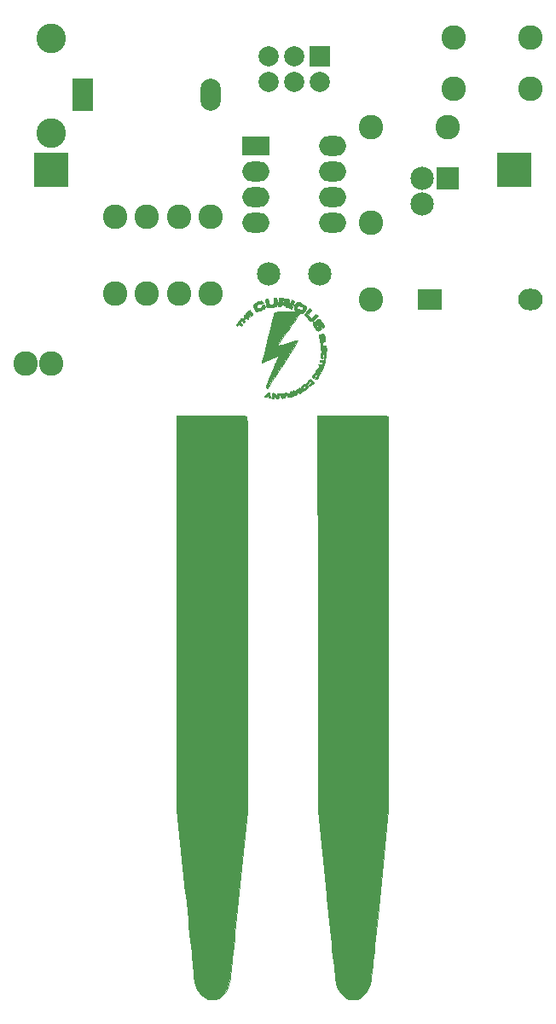
<source format=gbr>
G04 #@! TF.GenerationSoftware,KiCad,Pcbnew,(5.1.0)-1*
G04 #@! TF.CreationDate,2020-04-16T11:46:00+01:00*
G04 #@! TF.ProjectId,SolarSoilSensor,536f6c61-7253-46f6-996c-53656e736f72,rev?*
G04 #@! TF.SameCoordinates,PX5faea10PY77e7cd0*
G04 #@! TF.FileFunction,Soldermask,Top*
G04 #@! TF.FilePolarity,Negative*
%FSLAX46Y46*%
G04 Gerber Fmt 4.6, Leading zero omitted, Abs format (unit mm)*
G04 Created by KiCad (PCBNEW (5.1.0)-1) date 2020-04-16 11:46:00*
%MOMM*%
%LPD*%
G04 APERTURE LIST*
%ADD10C,0.010000*%
%ADD11C,2.432000*%
%ADD12R,2.432000X2.127200*%
%ADD13O,2.432000X2.127200*%
%ADD14R,3.400000X3.400000*%
%ADD15C,1.924000*%
%ADD16R,2.000000X3.200000*%
%ADD17O,2.000000X3.200000*%
%ADD18C,2.940000*%
%ADD19O,2.686000X1.974800*%
%ADD20R,2.686000X1.974800*%
%ADD21C,2.000200*%
%ADD22R,2.000200X2.000200*%
%ADD23R,2.305000X2.305000*%
%ADD24C,2.305000*%
G04 APERTURE END LIST*
D10*
G36*
X40030948Y-42373D02*
G01*
X40570598Y-42583D01*
X41036714Y-43097D01*
X41434863Y-44049D01*
X41770611Y-45572D01*
X42049525Y-47802D01*
X42277171Y-50873D01*
X42459115Y-54918D01*
X42600925Y-60071D01*
X42708167Y-66467D01*
X42786406Y-74241D01*
X42841211Y-83525D01*
X42878146Y-94454D01*
X42902779Y-107162D01*
X42920676Y-121784D01*
X42926000Y-127000D01*
X42932657Y-134160D01*
X42938956Y-143489D01*
X42944906Y-157276D01*
X42950517Y-177811D01*
X42955800Y-207384D01*
X42960764Y-248284D01*
X42965420Y-302801D01*
X42969776Y-373226D01*
X42973843Y-461846D01*
X42977632Y-570954D01*
X42981151Y-702837D01*
X42984411Y-859787D01*
X42987421Y-1044092D01*
X42990193Y-1258043D01*
X42992734Y-1503929D01*
X42995056Y-1784040D01*
X42997169Y-2100666D01*
X42999082Y-2456096D01*
X43000805Y-2852620D01*
X43002348Y-3292529D01*
X43003721Y-3778111D01*
X43004934Y-4311657D01*
X43005997Y-4895456D01*
X43006919Y-5531798D01*
X43007712Y-6222973D01*
X43008384Y-6971270D01*
X43008945Y-7778980D01*
X43009406Y-8648392D01*
X43009777Y-9581795D01*
X43010066Y-10581480D01*
X43010285Y-11649737D01*
X43010443Y-12788854D01*
X43010550Y-14001123D01*
X43010616Y-15288832D01*
X43010651Y-16654271D01*
X43010664Y-18099730D01*
X43010667Y-19627500D01*
X43010667Y-39135342D01*
X42185673Y-47243088D01*
X42101346Y-48070878D01*
X42018688Y-48880426D01*
X41938157Y-49667337D01*
X41860209Y-50427214D01*
X41785301Y-51155662D01*
X41713890Y-51848284D01*
X41646433Y-52500685D01*
X41583386Y-53108469D01*
X41525207Y-53667241D01*
X41472352Y-54172603D01*
X41425278Y-54620160D01*
X41384442Y-55005517D01*
X41350300Y-55324277D01*
X41323310Y-55572045D01*
X41303928Y-55744425D01*
X41292611Y-55837020D01*
X41292521Y-55837667D01*
X41256423Y-56062990D01*
X41212837Y-56286513D01*
X41168055Y-56477933D01*
X41138726Y-56578500D01*
X40974997Y-56964972D01*
X40765440Y-57298333D01*
X40516789Y-57572486D01*
X40235780Y-57781337D01*
X39929151Y-57918790D01*
X39603637Y-57978748D01*
X39590611Y-57979435D01*
X39421291Y-57981450D01*
X39266711Y-57973050D01*
X39174534Y-57958994D01*
X38859347Y-57835466D01*
X38567670Y-57638568D01*
X38307497Y-57378161D01*
X38086822Y-57064107D01*
X37913638Y-56706268D01*
X37795940Y-56314506D01*
X37781021Y-56239833D01*
X37770451Y-56164049D01*
X37751715Y-56008270D01*
X37725263Y-55776729D01*
X37691544Y-55473658D01*
X37651008Y-55103288D01*
X37604105Y-54669854D01*
X37551283Y-54177586D01*
X37492992Y-53630717D01*
X37429683Y-53033480D01*
X37361804Y-52390107D01*
X37289804Y-51704830D01*
X37214135Y-50981881D01*
X37135244Y-50225494D01*
X37053581Y-49439900D01*
X36969597Y-48629331D01*
X36883740Y-47798020D01*
X36861543Y-47582667D01*
X36004500Y-39264167D01*
X35993781Y-19653250D01*
X35983063Y-42333D01*
X39412198Y-42333D01*
X40030948Y-42373D01*
X40030948Y-42373D01*
G37*
X40030948Y-42373D02*
X40570598Y-42583D01*
X41036714Y-43097D01*
X41434863Y-44049D01*
X41770611Y-45572D01*
X42049525Y-47802D01*
X42277171Y-50873D01*
X42459115Y-54918D01*
X42600925Y-60071D01*
X42708167Y-66467D01*
X42786406Y-74241D01*
X42841211Y-83525D01*
X42878146Y-94454D01*
X42902779Y-107162D01*
X42920676Y-121784D01*
X42926000Y-127000D01*
X42932657Y-134160D01*
X42938956Y-143489D01*
X42944906Y-157276D01*
X42950517Y-177811D01*
X42955800Y-207384D01*
X42960764Y-248284D01*
X42965420Y-302801D01*
X42969776Y-373226D01*
X42973843Y-461846D01*
X42977632Y-570954D01*
X42981151Y-702837D01*
X42984411Y-859787D01*
X42987421Y-1044092D01*
X42990193Y-1258043D01*
X42992734Y-1503929D01*
X42995056Y-1784040D01*
X42997169Y-2100666D01*
X42999082Y-2456096D01*
X43000805Y-2852620D01*
X43002348Y-3292529D01*
X43003721Y-3778111D01*
X43004934Y-4311657D01*
X43005997Y-4895456D01*
X43006919Y-5531798D01*
X43007712Y-6222973D01*
X43008384Y-6971270D01*
X43008945Y-7778980D01*
X43009406Y-8648392D01*
X43009777Y-9581795D01*
X43010066Y-10581480D01*
X43010285Y-11649737D01*
X43010443Y-12788854D01*
X43010550Y-14001123D01*
X43010616Y-15288832D01*
X43010651Y-16654271D01*
X43010664Y-18099730D01*
X43010667Y-19627500D01*
X43010667Y-39135342D01*
X42185673Y-47243088D01*
X42101346Y-48070878D01*
X42018688Y-48880426D01*
X41938157Y-49667337D01*
X41860209Y-50427214D01*
X41785301Y-51155662D01*
X41713890Y-51848284D01*
X41646433Y-52500685D01*
X41583386Y-53108469D01*
X41525207Y-53667241D01*
X41472352Y-54172603D01*
X41425278Y-54620160D01*
X41384442Y-55005517D01*
X41350300Y-55324277D01*
X41323310Y-55572045D01*
X41303928Y-55744425D01*
X41292611Y-55837020D01*
X41292521Y-55837667D01*
X41256423Y-56062990D01*
X41212837Y-56286513D01*
X41168055Y-56477933D01*
X41138726Y-56578500D01*
X40974997Y-56964972D01*
X40765440Y-57298333D01*
X40516789Y-57572486D01*
X40235780Y-57781337D01*
X39929151Y-57918790D01*
X39603637Y-57978748D01*
X39590611Y-57979435D01*
X39421291Y-57981450D01*
X39266711Y-57973050D01*
X39174534Y-57958994D01*
X38859347Y-57835466D01*
X38567670Y-57638568D01*
X38307497Y-57378161D01*
X38086822Y-57064107D01*
X37913638Y-56706268D01*
X37795940Y-56314506D01*
X37781021Y-56239833D01*
X37770451Y-56164049D01*
X37751715Y-56008270D01*
X37725263Y-55776729D01*
X37691544Y-55473658D01*
X37651008Y-55103288D01*
X37604105Y-54669854D01*
X37551283Y-54177586D01*
X37492992Y-53630717D01*
X37429683Y-53033480D01*
X37361804Y-52390107D01*
X37289804Y-51704830D01*
X37214135Y-50981881D01*
X37135244Y-50225494D01*
X37053581Y-49439900D01*
X36969597Y-48629331D01*
X36883740Y-47798020D01*
X36861543Y-47582667D01*
X36004500Y-39264167D01*
X35993781Y-19653250D01*
X35983063Y-42333D01*
X39412198Y-42333D01*
X40030948Y-42373D01*
G36*
X25435842Y-52183D02*
G01*
X26070675Y-54489D01*
X26625918Y-57000D01*
X27106649Y-59818D01*
X27517942Y-63044D01*
X27864876Y-66779D01*
X28152526Y-71123D01*
X28385969Y-76177D01*
X28570282Y-82042D01*
X28710542Y-88820D01*
X28811825Y-96611D01*
X28879207Y-105516D01*
X28917766Y-115635D01*
X28928342Y-121600D01*
X28933849Y-130139D01*
X28939061Y-147869D01*
X28943986Y-177048D01*
X28948633Y-219934D01*
X28953009Y-278786D01*
X28957122Y-355861D01*
X28960980Y-453418D01*
X28964592Y-573714D01*
X28967965Y-719009D01*
X28971108Y-891559D01*
X28974028Y-1093624D01*
X28976734Y-1327461D01*
X28979234Y-1595328D01*
X28981535Y-1899484D01*
X28983647Y-2242187D01*
X28985576Y-2625694D01*
X28987330Y-3052265D01*
X28988919Y-3524156D01*
X28990350Y-4043627D01*
X28991631Y-4612934D01*
X28992770Y-5234338D01*
X28993775Y-5910095D01*
X28994655Y-6642463D01*
X28995417Y-7433702D01*
X28996069Y-8286068D01*
X28996619Y-9201821D01*
X28997076Y-10183218D01*
X28997447Y-11232517D01*
X28997741Y-12351976D01*
X28997966Y-13543854D01*
X28998129Y-14810409D01*
X28998239Y-16153899D01*
X28998304Y-17576582D01*
X28998331Y-19080716D01*
X28998334Y-19743583D01*
X28998334Y-39307466D01*
X28171963Y-47413816D01*
X28087558Y-48240754D01*
X28004854Y-49049009D01*
X27924305Y-49834216D01*
X27846368Y-50592011D01*
X27771496Y-51318032D01*
X27700146Y-52007914D01*
X27632772Y-52657294D01*
X27569831Y-53261808D01*
X27511777Y-53817092D01*
X27459065Y-54318783D01*
X27412151Y-54762517D01*
X27371489Y-55143929D01*
X27337537Y-55458658D01*
X27310747Y-55702337D01*
X27291577Y-55870605D01*
X27280480Y-55959097D01*
X27280331Y-55960109D01*
X27176906Y-56452526D01*
X27022589Y-56883013D01*
X26818729Y-57249343D01*
X26566678Y-57549287D01*
X26267785Y-57780614D01*
X26132399Y-57854918D01*
X25870779Y-57947061D01*
X25579000Y-57990354D01*
X25287868Y-57983150D01*
X25028186Y-57923800D01*
X25005767Y-57915188D01*
X24684765Y-57741817D01*
X24397506Y-57495997D01*
X24151468Y-57185767D01*
X23954128Y-56819168D01*
X23927669Y-56756057D01*
X23847925Y-56526655D01*
X23779903Y-56271768D01*
X23730884Y-56023588D01*
X23708148Y-55814310D01*
X23707402Y-55782038D01*
X23703038Y-55724167D01*
X23690376Y-55586222D01*
X23669834Y-55372346D01*
X23641833Y-55086683D01*
X23606791Y-54733375D01*
X23565127Y-54316564D01*
X23517261Y-53840395D01*
X23463611Y-53309010D01*
X23404598Y-52726552D01*
X23340640Y-52097164D01*
X23272156Y-51424989D01*
X23199565Y-50714170D01*
X23123287Y-49968850D01*
X23043742Y-49193172D01*
X22961347Y-48391278D01*
X22876523Y-47567312D01*
X22860000Y-47406997D01*
X22013334Y-39193418D01*
X22013334Y-40866D01*
X25435842Y-52183D01*
X25435842Y-52183D01*
G37*
X25435842Y-52183D02*
X26070675Y-54489D01*
X26625918Y-57000D01*
X27106649Y-59818D01*
X27517942Y-63044D01*
X27864876Y-66779D01*
X28152526Y-71123D01*
X28385969Y-76177D01*
X28570282Y-82042D01*
X28710542Y-88820D01*
X28811825Y-96611D01*
X28879207Y-105516D01*
X28917766Y-115635D01*
X28928342Y-121600D01*
X28933849Y-130139D01*
X28939061Y-147869D01*
X28943986Y-177048D01*
X28948633Y-219934D01*
X28953009Y-278786D01*
X28957122Y-355861D01*
X28960980Y-453418D01*
X28964592Y-573714D01*
X28967965Y-719009D01*
X28971108Y-891559D01*
X28974028Y-1093624D01*
X28976734Y-1327461D01*
X28979234Y-1595328D01*
X28981535Y-1899484D01*
X28983647Y-2242187D01*
X28985576Y-2625694D01*
X28987330Y-3052265D01*
X28988919Y-3524156D01*
X28990350Y-4043627D01*
X28991631Y-4612934D01*
X28992770Y-5234338D01*
X28993775Y-5910095D01*
X28994655Y-6642463D01*
X28995417Y-7433702D01*
X28996069Y-8286068D01*
X28996619Y-9201821D01*
X28997076Y-10183218D01*
X28997447Y-11232517D01*
X28997741Y-12351976D01*
X28997966Y-13543854D01*
X28998129Y-14810409D01*
X28998239Y-16153899D01*
X28998304Y-17576582D01*
X28998331Y-19080716D01*
X28998334Y-19743583D01*
X28998334Y-39307466D01*
X28171963Y-47413816D01*
X28087558Y-48240754D01*
X28004854Y-49049009D01*
X27924305Y-49834216D01*
X27846368Y-50592011D01*
X27771496Y-51318032D01*
X27700146Y-52007914D01*
X27632772Y-52657294D01*
X27569831Y-53261808D01*
X27511777Y-53817092D01*
X27459065Y-54318783D01*
X27412151Y-54762517D01*
X27371489Y-55143929D01*
X27337537Y-55458658D01*
X27310747Y-55702337D01*
X27291577Y-55870605D01*
X27280480Y-55959097D01*
X27280331Y-55960109D01*
X27176906Y-56452526D01*
X27022589Y-56883013D01*
X26818729Y-57249343D01*
X26566678Y-57549287D01*
X26267785Y-57780614D01*
X26132399Y-57854918D01*
X25870779Y-57947061D01*
X25579000Y-57990354D01*
X25287868Y-57983150D01*
X25028186Y-57923800D01*
X25005767Y-57915188D01*
X24684765Y-57741817D01*
X24397506Y-57495997D01*
X24151468Y-57185767D01*
X23954128Y-56819168D01*
X23927669Y-56756057D01*
X23847925Y-56526655D01*
X23779903Y-56271768D01*
X23730884Y-56023588D01*
X23708148Y-55814310D01*
X23707402Y-55782038D01*
X23703038Y-55724167D01*
X23690376Y-55586222D01*
X23669834Y-55372346D01*
X23641833Y-55086683D01*
X23606791Y-54733375D01*
X23565127Y-54316564D01*
X23517261Y-53840395D01*
X23463611Y-53309010D01*
X23404598Y-52726552D01*
X23340640Y-52097164D01*
X23272156Y-51424989D01*
X23199565Y-50714170D01*
X23123287Y-49968850D01*
X23043742Y-49193172D01*
X22961347Y-48391278D01*
X22876523Y-47567312D01*
X22860000Y-47406997D01*
X22013334Y-39193418D01*
X22013334Y-40866D01*
X25435842Y-52183D01*
G36*
X31754211Y11634241D02*
G01*
X31898167Y11620500D01*
X31931357Y11324166D01*
X31948663Y11109339D01*
X31941805Y10960858D01*
X31907695Y10863071D01*
X31843250Y10800324D01*
X31826167Y10790451D01*
X31736408Y10763466D01*
X31593208Y10741979D01*
X31421279Y10727207D01*
X31245336Y10720366D01*
X31090092Y10722673D01*
X30980261Y10735343D01*
X30948081Y10747228D01*
X30910670Y10810852D01*
X30872538Y10942063D01*
X30838494Y11123962D01*
X30835943Y11141214D01*
X30813422Y11302035D01*
X30797579Y11425787D01*
X30790880Y11492733D01*
X30791196Y11499138D01*
X30832183Y11510857D01*
X30923168Y11531671D01*
X30930948Y11533343D01*
X31014583Y11546359D01*
X31057692Y11525021D01*
X31080672Y11449846D01*
X31091964Y11379538D01*
X31121033Y11190537D01*
X31145147Y11069797D01*
X31173165Y11002050D01*
X31213942Y10972024D01*
X31276338Y10964450D01*
X31332813Y10964333D01*
X31492621Y10972867D01*
X31590237Y11008583D01*
X31637661Y11086650D01*
X31646893Y11222238D01*
X31637944Y11350060D01*
X31610255Y11647981D01*
X31754211Y11634241D01*
X31754211Y11634241D01*
G37*
X31754211Y11634241D02*
X31898167Y11620500D01*
X31931357Y11324166D01*
X31948663Y11109339D01*
X31941805Y10960858D01*
X31907695Y10863071D01*
X31843250Y10800324D01*
X31826167Y10790451D01*
X31736408Y10763466D01*
X31593208Y10741979D01*
X31421279Y10727207D01*
X31245336Y10720366D01*
X31090092Y10722673D01*
X30980261Y10735343D01*
X30948081Y10747228D01*
X30910670Y10810852D01*
X30872538Y10942063D01*
X30838494Y11123962D01*
X30835943Y11141214D01*
X30813422Y11302035D01*
X30797579Y11425787D01*
X30790880Y11492733D01*
X30791196Y11499138D01*
X30832183Y11510857D01*
X30923168Y11531671D01*
X30930948Y11533343D01*
X31014583Y11546359D01*
X31057692Y11525021D01*
X31080672Y11449846D01*
X31091964Y11379538D01*
X31121033Y11190537D01*
X31145147Y11069797D01*
X31173165Y11002050D01*
X31213942Y10972024D01*
X31276338Y10964450D01*
X31332813Y10964333D01*
X31492621Y10972867D01*
X31590237Y11008583D01*
X31637661Y11086650D01*
X31646893Y11222238D01*
X31637944Y11350060D01*
X31610255Y11647981D01*
X31754211Y11634241D01*
G36*
X32345823Y11622930D02*
G01*
X32499393Y11609050D01*
X32671623Y11588805D01*
X32840910Y11564794D01*
X32985649Y11539617D01*
X33084236Y11515873D01*
X33098267Y11510826D01*
X33139986Y11493817D01*
X33166946Y11473158D01*
X33180003Y11434072D01*
X33180013Y11361785D01*
X33167830Y11241521D01*
X33144310Y11058502D01*
X33130520Y10953750D01*
X33116788Y10832811D01*
X33109959Y10752666D01*
X33070795Y10688761D01*
X32979168Y10668627D01*
X32865744Y10694538D01*
X32835333Y10745519D01*
X32838797Y10796515D01*
X32844099Y10850640D01*
X32814832Y10886470D01*
X32735061Y10912378D01*
X32588856Y10936738D01*
X32565813Y10939994D01*
X32452101Y10951249D01*
X32394566Y10935391D01*
X32366242Y10881292D01*
X32359095Y10854692D01*
X32328542Y10779228D01*
X32270644Y10760189D01*
X32202536Y10770109D01*
X32110249Y10791002D01*
X32065799Y10805770D01*
X32065564Y10806024D01*
X32065226Y10852505D01*
X32075685Y10959777D01*
X32093725Y11105130D01*
X32116126Y11265858D01*
X32119661Y11288889D01*
X32427334Y11288889D01*
X32441811Y11225449D01*
X32496967Y11190762D01*
X32610388Y11177221D01*
X32688389Y11176000D01*
X32823060Y11184504D01*
X32885478Y11212095D01*
X32893000Y11234562D01*
X32853313Y11292163D01*
X32741882Y11330164D01*
X32570147Y11344724D01*
X32564917Y11344755D01*
X32461384Y11329371D01*
X32427334Y11288889D01*
X32119661Y11288889D01*
X32139672Y11419251D01*
X32161143Y11542602D01*
X32177322Y11613203D01*
X32181084Y11621195D01*
X32232519Y11627845D01*
X32345823Y11622930D01*
X32345823Y11622930D01*
G37*
X32345823Y11622930D02*
X32499393Y11609050D01*
X32671623Y11588805D01*
X32840910Y11564794D01*
X32985649Y11539617D01*
X33084236Y11515873D01*
X33098267Y11510826D01*
X33139986Y11493817D01*
X33166946Y11473158D01*
X33180003Y11434072D01*
X33180013Y11361785D01*
X33167830Y11241521D01*
X33144310Y11058502D01*
X33130520Y10953750D01*
X33116788Y10832811D01*
X33109959Y10752666D01*
X33070795Y10688761D01*
X32979168Y10668627D01*
X32865744Y10694538D01*
X32835333Y10745519D01*
X32838797Y10796515D01*
X32844099Y10850640D01*
X32814832Y10886470D01*
X32735061Y10912378D01*
X32588856Y10936738D01*
X32565813Y10939994D01*
X32452101Y10951249D01*
X32394566Y10935391D01*
X32366242Y10881292D01*
X32359095Y10854692D01*
X32328542Y10779228D01*
X32270644Y10760189D01*
X32202536Y10770109D01*
X32110249Y10791002D01*
X32065799Y10805770D01*
X32065564Y10806024D01*
X32065226Y10852505D01*
X32075685Y10959777D01*
X32093725Y11105130D01*
X32116126Y11265858D01*
X32119661Y11288889D01*
X32427334Y11288889D01*
X32441811Y11225449D01*
X32496967Y11190762D01*
X32610388Y11177221D01*
X32688389Y11176000D01*
X32823060Y11184504D01*
X32885478Y11212095D01*
X32893000Y11234562D01*
X32853313Y11292163D01*
X32741882Y11330164D01*
X32570147Y11344724D01*
X32564917Y11344755D01*
X32461384Y11329371D01*
X32427334Y11288889D01*
X32119661Y11288889D01*
X32139672Y11419251D01*
X32161143Y11542602D01*
X32177322Y11613203D01*
X32181084Y11621195D01*
X32232519Y11627845D01*
X32345823Y11622930D01*
G36*
X33522200Y11409824D02*
G01*
X33607197Y11374528D01*
X33652068Y11337057D01*
X33653024Y11331386D01*
X33641624Y11270185D01*
X33612887Y11149321D01*
X33572127Y10990710D01*
X33553753Y10922000D01*
X33498669Y10734455D01*
X33449374Y10618666D01*
X33395505Y10563274D01*
X33326696Y10556926D01*
X33244601Y10583277D01*
X33151701Y10621199D01*
X33259300Y11015016D01*
X33306789Y11185262D01*
X33346690Y11321714D01*
X33373488Y11405846D01*
X33380922Y11423445D01*
X33434350Y11430333D01*
X33522200Y11409824D01*
X33522200Y11409824D01*
G37*
X33522200Y11409824D02*
X33607197Y11374528D01*
X33652068Y11337057D01*
X33653024Y11331386D01*
X33641624Y11270185D01*
X33612887Y11149321D01*
X33572127Y10990710D01*
X33553753Y10922000D01*
X33498669Y10734455D01*
X33449374Y10618666D01*
X33395505Y10563274D01*
X33326696Y10556926D01*
X33244601Y10583277D01*
X33151701Y10621199D01*
X33259300Y11015016D01*
X33306789Y11185262D01*
X33346690Y11321714D01*
X33373488Y11405846D01*
X33380922Y11423445D01*
X33434350Y11430333D01*
X33522200Y11409824D01*
G36*
X30462325Y11316561D02*
G01*
X30555852Y11248039D01*
X30605258Y11164559D01*
X30607000Y11147712D01*
X30571001Y11097277D01*
X30487193Y11052291D01*
X30391863Y11028028D01*
X30334081Y11032829D01*
X30243959Y11035560D01*
X30120472Y11005430D01*
X30001808Y10954841D01*
X29930393Y10901709D01*
X29914096Y10824941D01*
X29942485Y10723626D01*
X29999379Y10632066D01*
X30068593Y10584561D01*
X30080607Y10583333D01*
X30174310Y10603133D01*
X30283339Y10652209D01*
X30382276Y10715081D01*
X30445700Y10776265D01*
X30454853Y10811274D01*
X30474278Y10867547D01*
X30568938Y10917145D01*
X30665995Y10943938D01*
X30722733Y10946503D01*
X30725326Y10944785D01*
X30739477Y10893368D01*
X30749151Y10791588D01*
X30750212Y10765629D01*
X30749182Y10682988D01*
X30729343Y10624912D01*
X30674959Y10574534D01*
X30570293Y10514986D01*
X30468543Y10463723D01*
X30302334Y10389169D01*
X30140429Y10330049D01*
X30017470Y10298989D01*
X30016019Y10298790D01*
X29903359Y10291351D01*
X29834662Y10320880D01*
X29771283Y10405788D01*
X29762944Y10419352D01*
X29663011Y10615478D01*
X29606108Y10798032D01*
X29598543Y10931849D01*
X29628189Y10994428D01*
X29707496Y11062177D01*
X29848923Y11144652D01*
X29929667Y11185895D01*
X30091120Y11259952D01*
X30236625Y11315613D01*
X30340239Y11343243D01*
X30357022Y11344645D01*
X30462325Y11316561D01*
X30462325Y11316561D01*
G37*
X30462325Y11316561D02*
X30555852Y11248039D01*
X30605258Y11164559D01*
X30607000Y11147712D01*
X30571001Y11097277D01*
X30487193Y11052291D01*
X30391863Y11028028D01*
X30334081Y11032829D01*
X30243959Y11035560D01*
X30120472Y11005430D01*
X30001808Y10954841D01*
X29930393Y10901709D01*
X29914096Y10824941D01*
X29942485Y10723626D01*
X29999379Y10632066D01*
X30068593Y10584561D01*
X30080607Y10583333D01*
X30174310Y10603133D01*
X30283339Y10652209D01*
X30382276Y10715081D01*
X30445700Y10776265D01*
X30454853Y10811274D01*
X30474278Y10867547D01*
X30568938Y10917145D01*
X30665995Y10943938D01*
X30722733Y10946503D01*
X30725326Y10944785D01*
X30739477Y10893368D01*
X30749151Y10791588D01*
X30750212Y10765629D01*
X30749182Y10682988D01*
X30729343Y10624912D01*
X30674959Y10574534D01*
X30570293Y10514986D01*
X30468543Y10463723D01*
X30302334Y10389169D01*
X30140429Y10330049D01*
X30017470Y10298989D01*
X30016019Y10298790D01*
X29903359Y10291351D01*
X29834662Y10320880D01*
X29771283Y10405788D01*
X29762944Y10419352D01*
X29663011Y10615478D01*
X29606108Y10798032D01*
X29598543Y10931849D01*
X29628189Y10994428D01*
X29707496Y11062177D01*
X29848923Y11144652D01*
X29929667Y11185895D01*
X30091120Y11259952D01*
X30236625Y11315613D01*
X30340239Y11343243D01*
X30357022Y11344645D01*
X30462325Y11316561D01*
G36*
X29297923Y10380167D02*
G01*
X29346638Y10297034D01*
X29355306Y10280015D01*
X29396337Y10184593D01*
X29393427Y10122702D01*
X29347823Y10057765D01*
X29273500Y9969500D01*
X29370068Y10051337D01*
X29444660Y10104121D01*
X29495490Y10099515D01*
X29528282Y10071527D01*
X29553151Y10032733D01*
X29539048Y9988464D01*
X29475745Y9924059D01*
X29360035Y9830332D01*
X29130141Y9650783D01*
X28979571Y9847979D01*
X28935027Y9908756D01*
X29178046Y9908756D01*
X29183837Y9906000D01*
X29222469Y9935802D01*
X29231167Y9948333D01*
X29241954Y9987910D01*
X29236164Y9990666D01*
X29197531Y9960865D01*
X29188834Y9948333D01*
X29178046Y9908756D01*
X28935027Y9908756D01*
X28899002Y9957909D01*
X28845084Y10039953D01*
X28830803Y10070837D01*
X28853118Y10096500D01*
X29083000Y10096500D01*
X29104167Y10075333D01*
X29125334Y10096500D01*
X29104167Y10117666D01*
X29083000Y10096500D01*
X28853118Y10096500D01*
X28862465Y10107249D01*
X28892652Y10133650D01*
X29167667Y10133650D01*
X29188259Y10120978D01*
X29244536Y10175360D01*
X29257733Y10191750D01*
X29294345Y10241893D01*
X29272423Y10231381D01*
X29241750Y10207733D01*
X29183120Y10155511D01*
X29167667Y10133650D01*
X28892652Y10133650D01*
X28940466Y10175467D01*
X29042415Y10257853D01*
X29145921Y10336771D01*
X29228592Y10394585D01*
X29266479Y10414000D01*
X29297923Y10380167D01*
X29297923Y10380167D01*
G37*
X29297923Y10380167D02*
X29346638Y10297034D01*
X29355306Y10280015D01*
X29396337Y10184593D01*
X29393427Y10122702D01*
X29347823Y10057765D01*
X29273500Y9969500D01*
X29370068Y10051337D01*
X29444660Y10104121D01*
X29495490Y10099515D01*
X29528282Y10071527D01*
X29553151Y10032733D01*
X29539048Y9988464D01*
X29475745Y9924059D01*
X29360035Y9830332D01*
X29130141Y9650783D01*
X28979571Y9847979D01*
X28935027Y9908756D01*
X29178046Y9908756D01*
X29183837Y9906000D01*
X29222469Y9935802D01*
X29231167Y9948333D01*
X29241954Y9987910D01*
X29236164Y9990666D01*
X29197531Y9960865D01*
X29188834Y9948333D01*
X29178046Y9908756D01*
X28935027Y9908756D01*
X28899002Y9957909D01*
X28845084Y10039953D01*
X28830803Y10070837D01*
X28853118Y10096500D01*
X29083000Y10096500D01*
X29104167Y10075333D01*
X29125334Y10096500D01*
X29104167Y10117666D01*
X29083000Y10096500D01*
X28853118Y10096500D01*
X28862465Y10107249D01*
X28892652Y10133650D01*
X29167667Y10133650D01*
X29188259Y10120978D01*
X29244536Y10175360D01*
X29257733Y10191750D01*
X29294345Y10241893D01*
X29272423Y10231381D01*
X29241750Y10207733D01*
X29183120Y10155511D01*
X29167667Y10133650D01*
X28892652Y10133650D01*
X28940466Y10175467D01*
X29042415Y10257853D01*
X29145921Y10336771D01*
X29228592Y10394585D01*
X29266479Y10414000D01*
X29297923Y10380167D01*
G36*
X35215000Y10557283D02*
G01*
X35289307Y10494461D01*
X35291007Y10492867D01*
X35387304Y10402401D01*
X35191123Y10172768D01*
X34994942Y9943136D01*
X35351660Y9588500D01*
X35567897Y9814137D01*
X35784134Y10039775D01*
X35999728Y9824181D01*
X35744304Y9568757D01*
X35590187Y9423322D01*
X35468185Y9340015D01*
X35359584Y9319097D01*
X35245673Y9360832D01*
X35107738Y9465480D01*
X34983595Y9579407D01*
X34826590Y9736770D01*
X34734945Y9861084D01*
X34707152Y9971239D01*
X34741706Y10086123D01*
X34837100Y10224627D01*
X34923897Y10328060D01*
X35030122Y10447334D01*
X35115338Y10536825D01*
X35164695Y10581120D01*
X35169877Y10583333D01*
X35215000Y10557283D01*
X35215000Y10557283D01*
G37*
X35215000Y10557283D02*
X35289307Y10494461D01*
X35291007Y10492867D01*
X35387304Y10402401D01*
X35191123Y10172768D01*
X34994942Y9943136D01*
X35351660Y9588500D01*
X35567897Y9814137D01*
X35784134Y10039775D01*
X35999728Y9824181D01*
X35744304Y9568757D01*
X35590187Y9423322D01*
X35468185Y9340015D01*
X35359584Y9319097D01*
X35245673Y9360832D01*
X35107738Y9465480D01*
X34983595Y9579407D01*
X34826590Y9736770D01*
X34734945Y9861084D01*
X34707152Y9971239D01*
X34741706Y10086123D01*
X34837100Y10224627D01*
X34923897Y10328060D01*
X35030122Y10447334D01*
X35115338Y10536825D01*
X35164695Y10581120D01*
X35169877Y10583333D01*
X35215000Y10557283D01*
G36*
X28763798Y9970625D02*
G01*
X28830260Y9921611D01*
X28913424Y9842737D01*
X29007085Y9741859D01*
X29068672Y9657466D01*
X29083000Y9620913D01*
X29049334Y9558267D01*
X28975691Y9533774D01*
X28903102Y9560968D01*
X28902651Y9561416D01*
X28849157Y9579513D01*
X28773667Y9532228D01*
X28757393Y9517384D01*
X28694059Y9448316D01*
X28690633Y9399014D01*
X28723573Y9355218D01*
X28763747Y9294999D01*
X28740140Y9243681D01*
X28710421Y9215121D01*
X28664207Y9181480D01*
X28619321Y9182832D01*
X28556571Y9227942D01*
X28456767Y9325577D01*
X28447137Y9335379D01*
X28347173Y9440731D01*
X28299840Y9506325D01*
X28296708Y9551056D01*
X28329352Y9593822D01*
X28331101Y9595576D01*
X28395565Y9641680D01*
X28454721Y9621113D01*
X28469350Y9609514D01*
X28527762Y9578560D01*
X28586624Y9605277D01*
X28626741Y9642592D01*
X28685015Y9714173D01*
X28682122Y9768665D01*
X28659819Y9799983D01*
X28626549Y9862985D01*
X28659186Y9923147D01*
X28673644Y9938120D01*
X28718494Y9973382D01*
X28763798Y9970625D01*
X28763798Y9970625D01*
G37*
X28763798Y9970625D02*
X28830260Y9921611D01*
X28913424Y9842737D01*
X29007085Y9741859D01*
X29068672Y9657466D01*
X29083000Y9620913D01*
X29049334Y9558267D01*
X28975691Y9533774D01*
X28903102Y9560968D01*
X28902651Y9561416D01*
X28849157Y9579513D01*
X28773667Y9532228D01*
X28757393Y9517384D01*
X28694059Y9448316D01*
X28690633Y9399014D01*
X28723573Y9355218D01*
X28763747Y9294999D01*
X28740140Y9243681D01*
X28710421Y9215121D01*
X28664207Y9181480D01*
X28619321Y9182832D01*
X28556571Y9227942D01*
X28456767Y9325577D01*
X28447137Y9335379D01*
X28347173Y9440731D01*
X28299840Y9506325D01*
X28296708Y9551056D01*
X28329352Y9593822D01*
X28331101Y9595576D01*
X28395565Y9641680D01*
X28454721Y9621113D01*
X28469350Y9609514D01*
X28527762Y9578560D01*
X28586624Y9605277D01*
X28626741Y9642592D01*
X28685015Y9714173D01*
X28682122Y9768665D01*
X28659819Y9799983D01*
X28626549Y9862985D01*
X28659186Y9923147D01*
X28673644Y9938120D01*
X28718494Y9973382D01*
X28763798Y9970625D01*
G36*
X28283112Y9421709D02*
G01*
X28314319Y9403025D01*
X28349400Y9363258D01*
X28330072Y9301001D01*
X28314319Y9274095D01*
X28287440Y9206137D01*
X28308536Y9146481D01*
X28388329Y9079434D01*
X28490334Y9016498D01*
X28530329Y8980291D01*
X28507283Y8933417D01*
X28483223Y8907964D01*
X28432003Y8865915D01*
X28379959Y8865199D01*
X28296343Y8908503D01*
X28266259Y8926920D01*
X28119907Y9017371D01*
X28060339Y8927657D01*
X28011113Y8867643D01*
X27971365Y8876267D01*
X27945861Y8904105D01*
X27923149Y8950495D01*
X27934825Y9011659D01*
X27987697Y9106630D01*
X28053059Y9203694D01*
X28144454Y9333411D01*
X28203037Y9405185D01*
X28244144Y9430717D01*
X28283112Y9421709D01*
X28283112Y9421709D01*
G37*
X28283112Y9421709D02*
X28314319Y9403025D01*
X28349400Y9363258D01*
X28330072Y9301001D01*
X28314319Y9274095D01*
X28287440Y9206137D01*
X28308536Y9146481D01*
X28388329Y9079434D01*
X28490334Y9016498D01*
X28530329Y8980291D01*
X28507283Y8933417D01*
X28483223Y8907964D01*
X28432003Y8865915D01*
X28379959Y8865199D01*
X28296343Y8908503D01*
X28266259Y8926920D01*
X28119907Y9017371D01*
X28060339Y8927657D01*
X28011113Y8867643D01*
X27971365Y8876267D01*
X27945861Y8904105D01*
X27923149Y8950495D01*
X27934825Y9011659D01*
X27987697Y9106630D01*
X28053059Y9203694D01*
X28144454Y9333411D01*
X28203037Y9405185D01*
X28244144Y9430717D01*
X28283112Y9421709D01*
G36*
X36186933Y9486761D02*
G01*
X36298444Y9378915D01*
X36420365Y9211769D01*
X36541534Y9000272D01*
X36593594Y8878251D01*
X36598979Y8789393D01*
X36580903Y8735688D01*
X36514961Y8651521D01*
X36435583Y8649801D01*
X36349103Y8730650D01*
X36348672Y8731250D01*
X36303059Y8792798D01*
X36298400Y8786186D01*
X36330022Y8708142D01*
X36356511Y8618432D01*
X36332906Y8550893D01*
X36276763Y8490240D01*
X36136046Y8388014D01*
X36006934Y8360279D01*
X35936086Y8382564D01*
X35873706Y8442577D01*
X35787132Y8554810D01*
X35691192Y8696348D01*
X35600717Y8844275D01*
X35530537Y8975677D01*
X35517252Y9009458D01*
X35797931Y9009458D01*
X35833734Y8919597D01*
X35890972Y8816082D01*
X35954771Y8723873D01*
X36010257Y8667931D01*
X36035337Y8663143D01*
X36035106Y8708078D01*
X35998933Y8802205D01*
X35953035Y8891539D01*
X35879636Y9005106D01*
X35822270Y9061130D01*
X35798437Y9060703D01*
X35797931Y9009458D01*
X35517252Y9009458D01*
X35496907Y9061185D01*
X35500447Y9164747D01*
X35500691Y9165166D01*
X35771667Y9165166D01*
X35792834Y9144000D01*
X35814000Y9165166D01*
X35792834Y9186333D01*
X35771667Y9165166D01*
X35500691Y9165166D01*
X35531337Y9217663D01*
X36072829Y9217663D01*
X36079743Y9174473D01*
X36125122Y9083036D01*
X36163250Y9015130D01*
X36238221Y8900226D01*
X36292754Y8849544D01*
X36320096Y8868384D01*
X36322000Y8890594D01*
X36300335Y8953097D01*
X36247890Y9046369D01*
X36183492Y9141817D01*
X36125968Y9210848D01*
X36099750Y9228142D01*
X36072829Y9217663D01*
X35531337Y9217663D01*
X35549499Y9248774D01*
X35623496Y9292698D01*
X35701872Y9275951D01*
X35707373Y9271659D01*
X35758014Y9240978D01*
X35771596Y9277016D01*
X35771667Y9283910D01*
X35807341Y9362650D01*
X35894767Y9443609D01*
X36004552Y9504844D01*
X36094610Y9525000D01*
X36186933Y9486761D01*
X36186933Y9486761D01*
G37*
X36186933Y9486761D02*
X36298444Y9378915D01*
X36420365Y9211769D01*
X36541534Y9000272D01*
X36593594Y8878251D01*
X36598979Y8789393D01*
X36580903Y8735688D01*
X36514961Y8651521D01*
X36435583Y8649801D01*
X36349103Y8730650D01*
X36348672Y8731250D01*
X36303059Y8792798D01*
X36298400Y8786186D01*
X36330022Y8708142D01*
X36356511Y8618432D01*
X36332906Y8550893D01*
X36276763Y8490240D01*
X36136046Y8388014D01*
X36006934Y8360279D01*
X35936086Y8382564D01*
X35873706Y8442577D01*
X35787132Y8554810D01*
X35691192Y8696348D01*
X35600717Y8844275D01*
X35530537Y8975677D01*
X35517252Y9009458D01*
X35797931Y9009458D01*
X35833734Y8919597D01*
X35890972Y8816082D01*
X35954771Y8723873D01*
X36010257Y8667931D01*
X36035337Y8663143D01*
X36035106Y8708078D01*
X35998933Y8802205D01*
X35953035Y8891539D01*
X35879636Y9005106D01*
X35822270Y9061130D01*
X35798437Y9060703D01*
X35797931Y9009458D01*
X35517252Y9009458D01*
X35496907Y9061185D01*
X35500447Y9164747D01*
X35500691Y9165166D01*
X35771667Y9165166D01*
X35792834Y9144000D01*
X35814000Y9165166D01*
X35792834Y9186333D01*
X35771667Y9165166D01*
X35500691Y9165166D01*
X35531337Y9217663D01*
X36072829Y9217663D01*
X36079743Y9174473D01*
X36125122Y9083036D01*
X36163250Y9015130D01*
X36238221Y8900226D01*
X36292754Y8849544D01*
X36320096Y8868384D01*
X36322000Y8890594D01*
X36300335Y8953097D01*
X36247890Y9046369D01*
X36183492Y9141817D01*
X36125968Y9210848D01*
X36099750Y9228142D01*
X36072829Y9217663D01*
X35531337Y9217663D01*
X35549499Y9248774D01*
X35623496Y9292698D01*
X35701872Y9275951D01*
X35707373Y9271659D01*
X35758014Y9240978D01*
X35771596Y9277016D01*
X35771667Y9283910D01*
X35807341Y9362650D01*
X35894767Y9443609D01*
X36004552Y9504844D01*
X36094610Y9525000D01*
X36186933Y9486761D01*
G36*
X36575117Y8056740D02*
G01*
X36601882Y7999743D01*
X36640154Y7887723D01*
X36672143Y7778750D01*
X36707566Y7643727D01*
X36718490Y7570893D01*
X36704045Y7541135D01*
X36663357Y7535337D01*
X36661031Y7535333D01*
X36584633Y7560445D01*
X36561703Y7588250D01*
X36543067Y7603099D01*
X36537009Y7567083D01*
X36511141Y7502914D01*
X36457612Y7500699D01*
X36399386Y7554534D01*
X36372405Y7609416D01*
X36345306Y7681159D01*
X36335119Y7681183D01*
X36335990Y7603714D01*
X36337127Y7574634D01*
X36343167Y7423434D01*
X36526073Y7462283D01*
X36648277Y7485949D01*
X36711378Y7484078D01*
X36739016Y7449081D01*
X36751892Y7389804D01*
X36741944Y7327268D01*
X36671729Y7289310D01*
X36626769Y7278294D01*
X36509823Y7247375D01*
X36458651Y7203282D01*
X36455279Y7120385D01*
X36467003Y7050474D01*
X36491955Y6953503D01*
X36536738Y6910922D01*
X36630294Y6900513D01*
X36662585Y6900333D01*
X36830000Y6900333D01*
X36837056Y6688666D01*
X36841905Y6549450D01*
X36846176Y6437259D01*
X36847639Y6403496D01*
X36815778Y6334511D01*
X36777084Y6315726D01*
X36731339Y6320958D01*
X36707064Y6371683D01*
X36696366Y6486295D01*
X36695604Y6505646D01*
X36688208Y6709833D01*
X36672003Y6529916D01*
X36647172Y6401558D01*
X36603865Y6350665D01*
X36597167Y6350000D01*
X36551559Y6390658D01*
X36523296Y6508510D01*
X36520960Y6529916D01*
X36511038Y6625286D01*
X36506539Y6643254D01*
X36506338Y6581083D01*
X36507943Y6498166D01*
X36513646Y6372388D01*
X36534225Y6307180D01*
X36585481Y6278451D01*
X36660667Y6265333D01*
X36747282Y6248683D01*
X36792767Y6215203D01*
X36812708Y6141437D01*
X36821585Y6023185D01*
X36820384Y5878784D01*
X36803069Y5758114D01*
X36788346Y5716268D01*
X36723246Y5648434D01*
X36647170Y5631112D01*
X36589577Y5664481D01*
X36576000Y5715000D01*
X36593728Y5783790D01*
X36618334Y5799666D01*
X36646095Y5836933D01*
X36660217Y5928791D01*
X36660667Y5950777D01*
X36653846Y6050886D01*
X36623212Y6088800D01*
X36565417Y6088361D01*
X36510112Y6072349D01*
X36483747Y6030006D01*
X36478430Y5939017D01*
X36482017Y5852583D01*
X36476985Y5704001D01*
X36443719Y5630645D01*
X36384625Y5634908D01*
X36322266Y5693513D01*
X36292928Y5779042D01*
X36289422Y5909578D01*
X36307535Y6053854D01*
X36343056Y6180605D01*
X36391770Y6258565D01*
X36399076Y6263617D01*
X36446638Y6296375D01*
X36419914Y6305830D01*
X36401633Y6306379D01*
X36369446Y6319861D01*
X36346629Y6368278D01*
X36330244Y6465720D01*
X36317357Y6626277D01*
X36310951Y6741583D01*
X36280328Y7064918D01*
X36225039Y7392945D01*
X36184390Y7565820D01*
X36147248Y7704666D01*
X36491334Y7704666D01*
X36506823Y7669821D01*
X36519556Y7676444D01*
X36524622Y7726684D01*
X36519556Y7732889D01*
X36494389Y7727078D01*
X36491334Y7704666D01*
X36147248Y7704666D01*
X36124599Y7789333D01*
X36279667Y7789333D01*
X36295156Y7754488D01*
X36307889Y7761111D01*
X36312956Y7811351D01*
X36307889Y7817555D01*
X36282722Y7811744D01*
X36279667Y7789333D01*
X36124599Y7789333D01*
X36113275Y7831666D01*
X36449000Y7831666D01*
X36464489Y7796821D01*
X36477222Y7803444D01*
X36482289Y7853684D01*
X36477222Y7859889D01*
X36452055Y7854078D01*
X36449000Y7831666D01*
X36113275Y7831666D01*
X36079976Y7956140D01*
X36312465Y8023726D01*
X36443486Y8054832D01*
X36540480Y8064979D01*
X36575117Y8056740D01*
X36575117Y8056740D01*
G37*
X36575117Y8056740D02*
X36601882Y7999743D01*
X36640154Y7887723D01*
X36672143Y7778750D01*
X36707566Y7643727D01*
X36718490Y7570893D01*
X36704045Y7541135D01*
X36663357Y7535337D01*
X36661031Y7535333D01*
X36584633Y7560445D01*
X36561703Y7588250D01*
X36543067Y7603099D01*
X36537009Y7567083D01*
X36511141Y7502914D01*
X36457612Y7500699D01*
X36399386Y7554534D01*
X36372405Y7609416D01*
X36345306Y7681159D01*
X36335119Y7681183D01*
X36335990Y7603714D01*
X36337127Y7574634D01*
X36343167Y7423434D01*
X36526073Y7462283D01*
X36648277Y7485949D01*
X36711378Y7484078D01*
X36739016Y7449081D01*
X36751892Y7389804D01*
X36741944Y7327268D01*
X36671729Y7289310D01*
X36626769Y7278294D01*
X36509823Y7247375D01*
X36458651Y7203282D01*
X36455279Y7120385D01*
X36467003Y7050474D01*
X36491955Y6953503D01*
X36536738Y6910922D01*
X36630294Y6900513D01*
X36662585Y6900333D01*
X36830000Y6900333D01*
X36837056Y6688666D01*
X36841905Y6549450D01*
X36846176Y6437259D01*
X36847639Y6403496D01*
X36815778Y6334511D01*
X36777084Y6315726D01*
X36731339Y6320958D01*
X36707064Y6371683D01*
X36696366Y6486295D01*
X36695604Y6505646D01*
X36688208Y6709833D01*
X36672003Y6529916D01*
X36647172Y6401558D01*
X36603865Y6350665D01*
X36597167Y6350000D01*
X36551559Y6390658D01*
X36523296Y6508510D01*
X36520960Y6529916D01*
X36511038Y6625286D01*
X36506539Y6643254D01*
X36506338Y6581083D01*
X36507943Y6498166D01*
X36513646Y6372388D01*
X36534225Y6307180D01*
X36585481Y6278451D01*
X36660667Y6265333D01*
X36747282Y6248683D01*
X36792767Y6215203D01*
X36812708Y6141437D01*
X36821585Y6023185D01*
X36820384Y5878784D01*
X36803069Y5758114D01*
X36788346Y5716268D01*
X36723246Y5648434D01*
X36647170Y5631112D01*
X36589577Y5664481D01*
X36576000Y5715000D01*
X36593728Y5783790D01*
X36618334Y5799666D01*
X36646095Y5836933D01*
X36660217Y5928791D01*
X36660667Y5950777D01*
X36653846Y6050886D01*
X36623212Y6088800D01*
X36565417Y6088361D01*
X36510112Y6072349D01*
X36483747Y6030006D01*
X36478430Y5939017D01*
X36482017Y5852583D01*
X36476985Y5704001D01*
X36443719Y5630645D01*
X36384625Y5634908D01*
X36322266Y5693513D01*
X36292928Y5779042D01*
X36289422Y5909578D01*
X36307535Y6053854D01*
X36343056Y6180605D01*
X36391770Y6258565D01*
X36399076Y6263617D01*
X36446638Y6296375D01*
X36419914Y6305830D01*
X36401633Y6306379D01*
X36369446Y6319861D01*
X36346629Y6368278D01*
X36330244Y6465720D01*
X36317357Y6626277D01*
X36310951Y6741583D01*
X36280328Y7064918D01*
X36225039Y7392945D01*
X36184390Y7565820D01*
X36147248Y7704666D01*
X36491334Y7704666D01*
X36506823Y7669821D01*
X36519556Y7676444D01*
X36524622Y7726684D01*
X36519556Y7732889D01*
X36494389Y7727078D01*
X36491334Y7704666D01*
X36147248Y7704666D01*
X36124599Y7789333D01*
X36279667Y7789333D01*
X36295156Y7754488D01*
X36307889Y7761111D01*
X36312956Y7811351D01*
X36307889Y7817555D01*
X36282722Y7811744D01*
X36279667Y7789333D01*
X36124599Y7789333D01*
X36113275Y7831666D01*
X36449000Y7831666D01*
X36464489Y7796821D01*
X36477222Y7803444D01*
X36482289Y7853684D01*
X36477222Y7859889D01*
X36452055Y7854078D01*
X36449000Y7831666D01*
X36113275Y7831666D01*
X36079976Y7956140D01*
X36312465Y8023726D01*
X36443486Y8054832D01*
X36540480Y8064979D01*
X36575117Y8056740D01*
G36*
X36743156Y5541014D02*
G01*
X36731664Y5439816D01*
X36730633Y5433528D01*
X36696784Y5260747D01*
X36657822Y5110818D01*
X36619659Y5003063D01*
X36588210Y4956802D01*
X36584594Y4956342D01*
X36520809Y4974016D01*
X36508070Y4978985D01*
X36479270Y5029904D01*
X36480716Y5099828D01*
X36482242Y5167886D01*
X36440241Y5210109D01*
X36334988Y5245832D01*
X36330498Y5247045D01*
X36222345Y5283999D01*
X36180277Y5326108D01*
X36182872Y5376861D01*
X36210494Y5437299D01*
X36264694Y5457484D01*
X36366678Y5441219D01*
X36436232Y5422328D01*
X36529430Y5402384D01*
X36570527Y5422457D01*
X36584119Y5474813D01*
X36627248Y5554324D01*
X36677345Y5581262D01*
X36727525Y5581301D01*
X36743156Y5541014D01*
X36743156Y5541014D01*
G37*
X36743156Y5541014D02*
X36731664Y5439816D01*
X36730633Y5433528D01*
X36696784Y5260747D01*
X36657822Y5110818D01*
X36619659Y5003063D01*
X36588210Y4956802D01*
X36584594Y4956342D01*
X36520809Y4974016D01*
X36508070Y4978985D01*
X36479270Y5029904D01*
X36480716Y5099828D01*
X36482242Y5167886D01*
X36440241Y5210109D01*
X36334988Y5245832D01*
X36330498Y5247045D01*
X36222345Y5283999D01*
X36180277Y5326108D01*
X36182872Y5376861D01*
X36210494Y5437299D01*
X36264694Y5457484D01*
X36366678Y5441219D01*
X36436232Y5422328D01*
X36529430Y5402384D01*
X36570527Y5422457D01*
X36584119Y5474813D01*
X36627248Y5554324D01*
X36677345Y5581262D01*
X36727525Y5581301D01*
X36743156Y5541014D01*
G36*
X36264394Y5032871D02*
G01*
X36387413Y4995536D01*
X36494964Y4947213D01*
X36556892Y4897335D01*
X36560296Y4890531D01*
X36556330Y4820140D01*
X36520621Y4708865D01*
X36465223Y4582067D01*
X36402188Y4465109D01*
X36343569Y4383354D01*
X36308333Y4360333D01*
X36231550Y4375900D01*
X36119152Y4414347D01*
X36094337Y4424401D01*
X35984372Y4464776D01*
X35945881Y4467073D01*
X35977438Y4436282D01*
X36077622Y4377388D01*
X36113009Y4358968D01*
X36234404Y4279536D01*
X36272218Y4207510D01*
X36271273Y4199844D01*
X36229500Y4132519D01*
X36140153Y4128994D01*
X35999895Y4189455D01*
X35951584Y4217549D01*
X35832737Y4295967D01*
X35781380Y4353620D01*
X35788874Y4406794D01*
X35826952Y4452559D01*
X35891386Y4542624D01*
X35910290Y4582583D01*
X35947591Y4625296D01*
X36238682Y4625296D01*
X36251134Y4590608D01*
X36295090Y4623962D01*
X36302180Y4633008D01*
X36350450Y4709559D01*
X36364334Y4749424D01*
X36341754Y4783669D01*
X36295720Y4764940D01*
X36263029Y4716704D01*
X36238682Y4625296D01*
X35947591Y4625296D01*
X35965016Y4645249D01*
X36004536Y4656666D01*
X36071956Y4692528D01*
X36112034Y4777079D01*
X36112902Y4875765D01*
X36094884Y4919674D01*
X36072333Y5002267D01*
X36092579Y5036845D01*
X36156065Y5049785D01*
X36264394Y5032871D01*
X36264394Y5032871D01*
G37*
X36264394Y5032871D02*
X36387413Y4995536D01*
X36494964Y4947213D01*
X36556892Y4897335D01*
X36560296Y4890531D01*
X36556330Y4820140D01*
X36520621Y4708865D01*
X36465223Y4582067D01*
X36402188Y4465109D01*
X36343569Y4383354D01*
X36308333Y4360333D01*
X36231550Y4375900D01*
X36119152Y4414347D01*
X36094337Y4424401D01*
X35984372Y4464776D01*
X35945881Y4467073D01*
X35977438Y4436282D01*
X36077622Y4377388D01*
X36113009Y4358968D01*
X36234404Y4279536D01*
X36272218Y4207510D01*
X36271273Y4199844D01*
X36229500Y4132519D01*
X36140153Y4128994D01*
X35999895Y4189455D01*
X35951584Y4217549D01*
X35832737Y4295967D01*
X35781380Y4353620D01*
X35788874Y4406794D01*
X35826952Y4452559D01*
X35891386Y4542624D01*
X35910290Y4582583D01*
X35947591Y4625296D01*
X36238682Y4625296D01*
X36251134Y4590608D01*
X36295090Y4623962D01*
X36302180Y4633008D01*
X36350450Y4709559D01*
X36364334Y4749424D01*
X36341754Y4783669D01*
X36295720Y4764940D01*
X36263029Y4716704D01*
X36238682Y4625296D01*
X35947591Y4625296D01*
X35965016Y4645249D01*
X36004536Y4656666D01*
X36071956Y4692528D01*
X36112034Y4777079D01*
X36112902Y4875765D01*
X36094884Y4919674D01*
X36072333Y5002267D01*
X36092579Y5036845D01*
X36156065Y5049785D01*
X36264394Y5032871D01*
G36*
X35897183Y4208907D02*
G01*
X36022419Y4123737D01*
X36104736Y4047379D01*
X36149783Y3991802D01*
X36152667Y3982828D01*
X36130993Y3932908D01*
X36075119Y3837181D01*
X36021677Y3753758D01*
X35909946Y3620391D01*
X35800778Y3554172D01*
X35704974Y3560366D01*
X35673269Y3583842D01*
X35684464Y3626377D01*
X35743918Y3703948D01*
X35793213Y3755213D01*
X35891904Y3856257D01*
X35932015Y3920159D01*
X35918489Y3965753D01*
X35859955Y4009580D01*
X35794630Y4034878D01*
X35742362Y4000306D01*
X35710029Y3955068D01*
X35666692Y3870823D01*
X35660320Y3818921D01*
X35653763Y3764399D01*
X35624441Y3712612D01*
X35575881Y3661560D01*
X35529390Y3678765D01*
X35501195Y3705519D01*
X35453851Y3759212D01*
X35440358Y3809253D01*
X35464913Y3877703D01*
X35531713Y3986620D01*
X35563990Y4035575D01*
X35675169Y4172665D01*
X35781775Y4229585D01*
X35897183Y4208907D01*
X35897183Y4208907D01*
G37*
X35897183Y4208907D02*
X36022419Y4123737D01*
X36104736Y4047379D01*
X36149783Y3991802D01*
X36152667Y3982828D01*
X36130993Y3932908D01*
X36075119Y3837181D01*
X36021677Y3753758D01*
X35909946Y3620391D01*
X35800778Y3554172D01*
X35704974Y3560366D01*
X35673269Y3583842D01*
X35684464Y3626377D01*
X35743918Y3703948D01*
X35793213Y3755213D01*
X35891904Y3856257D01*
X35932015Y3920159D01*
X35918489Y3965753D01*
X35859955Y4009580D01*
X35794630Y4034878D01*
X35742362Y4000306D01*
X35710029Y3955068D01*
X35666692Y3870823D01*
X35660320Y3818921D01*
X35653763Y3764399D01*
X35624441Y3712612D01*
X35575881Y3661560D01*
X35529390Y3678765D01*
X35501195Y3705519D01*
X35453851Y3759212D01*
X35440358Y3809253D01*
X35464913Y3877703D01*
X35531713Y3986620D01*
X35563990Y4035575D01*
X35675169Y4172665D01*
X35781775Y4229585D01*
X35897183Y4208907D01*
G36*
X35371783Y3524555D02*
G01*
X35468134Y3448443D01*
X35553310Y3354300D01*
X35599915Y3268964D01*
X35602334Y3251438D01*
X35574475Y3199110D01*
X35502824Y3111458D01*
X35437981Y3043019D01*
X35303447Y2932511D01*
X35186159Y2881701D01*
X35098623Y2894695D01*
X35072021Y2922854D01*
X35071751Y2977841D01*
X35105227Y3039948D01*
X35149507Y3075223D01*
X35171309Y3069802D01*
X35213833Y3079632D01*
X35286361Y3134167D01*
X35291748Y3139162D01*
X35355437Y3215680D01*
X35352841Y3273440D01*
X35342621Y3287716D01*
X35274446Y3337371D01*
X35243878Y3344333D01*
X35183644Y3319014D01*
X35118355Y3261727D01*
X35074825Y3200476D01*
X35074097Y3167014D01*
X35070196Y3127255D01*
X35019590Y3084798D01*
X34956293Y3062507D01*
X34926855Y3068020D01*
X34883349Y3137162D01*
X34906057Y3238678D01*
X34990309Y3358638D01*
X35041417Y3409789D01*
X35151315Y3494881D01*
X35252510Y3547518D01*
X35291654Y3555798D01*
X35371783Y3524555D01*
X35371783Y3524555D01*
G37*
X35371783Y3524555D02*
X35468134Y3448443D01*
X35553310Y3354300D01*
X35599915Y3268964D01*
X35602334Y3251438D01*
X35574475Y3199110D01*
X35502824Y3111458D01*
X35437981Y3043019D01*
X35303447Y2932511D01*
X35186159Y2881701D01*
X35098623Y2894695D01*
X35072021Y2922854D01*
X35071751Y2977841D01*
X35105227Y3039948D01*
X35149507Y3075223D01*
X35171309Y3069802D01*
X35213833Y3079632D01*
X35286361Y3134167D01*
X35291748Y3139162D01*
X35355437Y3215680D01*
X35352841Y3273440D01*
X35342621Y3287716D01*
X35274446Y3337371D01*
X35243878Y3344333D01*
X35183644Y3319014D01*
X35118355Y3261727D01*
X35074825Y3200476D01*
X35074097Y3167014D01*
X35070196Y3127255D01*
X35019590Y3084798D01*
X34956293Y3062507D01*
X34926855Y3068020D01*
X34883349Y3137162D01*
X34906057Y3238678D01*
X34990309Y3358638D01*
X35041417Y3409789D01*
X35151315Y3494881D01*
X35252510Y3547518D01*
X35291654Y3555798D01*
X35371783Y3524555D01*
G36*
X34140104Y11188143D02*
G01*
X34318850Y11116393D01*
X34552384Y10994187D01*
X34572010Y10983245D01*
X34713352Y10900108D01*
X34794516Y10837415D01*
X34831507Y10778676D01*
X34840333Y10707404D01*
X34840334Y10706854D01*
X34821106Y10596983D01*
X34771922Y10454166D01*
X34732975Y10368657D01*
X34621912Y10196045D01*
X34505675Y10104082D01*
X34386843Y10094456D01*
X34342134Y10112422D01*
X34260763Y10135961D01*
X34215433Y10106194D01*
X34164532Y10037823D01*
X34074663Y9912867D01*
X33951621Y9739646D01*
X33801196Y9526476D01*
X33629183Y9281677D01*
X33441372Y9013568D01*
X33243558Y8730467D01*
X33041531Y8440691D01*
X32841085Y8152561D01*
X32648013Y7874394D01*
X32468106Y7614509D01*
X32307157Y7381225D01*
X32170958Y7182860D01*
X32065303Y7027732D01*
X31995983Y6924160D01*
X31968791Y6880463D01*
X31968653Y6879613D01*
X32011513Y6886927D01*
X32124620Y6914747D01*
X32296874Y6960105D01*
X32517174Y7020035D01*
X32774420Y7091568D01*
X32998604Y7154941D01*
X33277262Y7233637D01*
X33527726Y7303181D01*
X33738914Y7360594D01*
X33899748Y7402897D01*
X33999148Y7427110D01*
X34026984Y7431460D01*
X34007673Y7394213D01*
X33947089Y7292932D01*
X33849791Y7134774D01*
X33720339Y6926894D01*
X33563293Y6676446D01*
X33383212Y6390587D01*
X33184656Y6076471D01*
X32972185Y5741253D01*
X32750359Y5392089D01*
X32523738Y5036135D01*
X32296880Y4680545D01*
X32074347Y4332475D01*
X31860697Y3999079D01*
X31660490Y3687514D01*
X31478287Y3404934D01*
X31318647Y3158495D01*
X31186129Y2955352D01*
X31085293Y2802660D01*
X31020700Y2707575D01*
X30997258Y2677141D01*
X30940453Y2690610D01*
X30882177Y2725258D01*
X30863196Y2742914D01*
X30852257Y2768401D01*
X30851953Y2809059D01*
X30864880Y2872227D01*
X30893629Y2965245D01*
X30940797Y3095451D01*
X31008976Y3270185D01*
X31100761Y3496787D01*
X31218746Y3782595D01*
X31365524Y4134950D01*
X31462173Y4366245D01*
X31605334Y4709534D01*
X31737324Y5027706D01*
X31854758Y5312476D01*
X31954252Y5555562D01*
X32032422Y5748679D01*
X32085884Y5883546D01*
X32111253Y5951879D01*
X32112799Y5958708D01*
X32073354Y5944361D01*
X31968946Y5898110D01*
X31810732Y5825126D01*
X31609867Y5730579D01*
X31377507Y5619640D01*
X31280514Y5572930D01*
X31038948Y5458223D01*
X30824177Y5359875D01*
X30647370Y5282702D01*
X30519696Y5231518D01*
X30452322Y5211139D01*
X30444774Y5212649D01*
X30452575Y5259076D01*
X30479930Y5380233D01*
X30525047Y5568916D01*
X30586131Y5817924D01*
X30661387Y6120055D01*
X30749024Y6468108D01*
X30847245Y6854879D01*
X30954257Y7273168D01*
X31068267Y7715772D01*
X31069191Y7719349D01*
X31183448Y8161854D01*
X31291153Y8579825D01*
X31390474Y8966091D01*
X31479576Y9313485D01*
X31556628Y9614836D01*
X31619796Y9862976D01*
X31667247Y10050736D01*
X31697148Y10170946D01*
X31707666Y10216437D01*
X31707667Y10216491D01*
X31748190Y10223921D01*
X31862522Y10231381D01*
X32039806Y10238514D01*
X32269185Y10244962D01*
X32539801Y10250365D01*
X32840798Y10254366D01*
X32861250Y10254569D01*
X34014834Y10265833D01*
X33824334Y10372198D01*
X33687382Y10472874D01*
X33621984Y10589233D01*
X33623293Y10635068D01*
X33927110Y10635068D01*
X33931180Y10624027D01*
X33990512Y10572384D01*
X34096347Y10509632D01*
X34215346Y10452843D01*
X34314171Y10419084D01*
X34337733Y10415871D01*
X34423628Y10444070D01*
X34448969Y10466916D01*
X34495700Y10549808D01*
X34519915Y10613224D01*
X34526046Y10672510D01*
X34491647Y10722582D01*
X34401382Y10780205D01*
X34336003Y10814307D01*
X34211822Y10873635D01*
X34116331Y10912749D01*
X34080828Y10922000D01*
X34031871Y10886839D01*
X33978397Y10804327D01*
X33937709Y10708918D01*
X33927110Y10635068D01*
X33623293Y10635068D01*
X33626098Y10733243D01*
X33697681Y10916868D01*
X33723107Y10965290D01*
X33807648Y11098009D01*
X33896998Y11179215D01*
X34003652Y11209171D01*
X34140104Y11188143D01*
X34140104Y11188143D01*
G37*
X34140104Y11188143D02*
X34318850Y11116393D01*
X34552384Y10994187D01*
X34572010Y10983245D01*
X34713352Y10900108D01*
X34794516Y10837415D01*
X34831507Y10778676D01*
X34840333Y10707404D01*
X34840334Y10706854D01*
X34821106Y10596983D01*
X34771922Y10454166D01*
X34732975Y10368657D01*
X34621912Y10196045D01*
X34505675Y10104082D01*
X34386843Y10094456D01*
X34342134Y10112422D01*
X34260763Y10135961D01*
X34215433Y10106194D01*
X34164532Y10037823D01*
X34074663Y9912867D01*
X33951621Y9739646D01*
X33801196Y9526476D01*
X33629183Y9281677D01*
X33441372Y9013568D01*
X33243558Y8730467D01*
X33041531Y8440691D01*
X32841085Y8152561D01*
X32648013Y7874394D01*
X32468106Y7614509D01*
X32307157Y7381225D01*
X32170958Y7182860D01*
X32065303Y7027732D01*
X31995983Y6924160D01*
X31968791Y6880463D01*
X31968653Y6879613D01*
X32011513Y6886927D01*
X32124620Y6914747D01*
X32296874Y6960105D01*
X32517174Y7020035D01*
X32774420Y7091568D01*
X32998604Y7154941D01*
X33277262Y7233637D01*
X33527726Y7303181D01*
X33738914Y7360594D01*
X33899748Y7402897D01*
X33999148Y7427110D01*
X34026984Y7431460D01*
X34007673Y7394213D01*
X33947089Y7292932D01*
X33849791Y7134774D01*
X33720339Y6926894D01*
X33563293Y6676446D01*
X33383212Y6390587D01*
X33184656Y6076471D01*
X32972185Y5741253D01*
X32750359Y5392089D01*
X32523738Y5036135D01*
X32296880Y4680545D01*
X32074347Y4332475D01*
X31860697Y3999079D01*
X31660490Y3687514D01*
X31478287Y3404934D01*
X31318647Y3158495D01*
X31186129Y2955352D01*
X31085293Y2802660D01*
X31020700Y2707575D01*
X30997258Y2677141D01*
X30940453Y2690610D01*
X30882177Y2725258D01*
X30863196Y2742914D01*
X30852257Y2768401D01*
X30851953Y2809059D01*
X30864880Y2872227D01*
X30893629Y2965245D01*
X30940797Y3095451D01*
X31008976Y3270185D01*
X31100761Y3496787D01*
X31218746Y3782595D01*
X31365524Y4134950D01*
X31462173Y4366245D01*
X31605334Y4709534D01*
X31737324Y5027706D01*
X31854758Y5312476D01*
X31954252Y5555562D01*
X32032422Y5748679D01*
X32085884Y5883546D01*
X32111253Y5951879D01*
X32112799Y5958708D01*
X32073354Y5944361D01*
X31968946Y5898110D01*
X31810732Y5825126D01*
X31609867Y5730579D01*
X31377507Y5619640D01*
X31280514Y5572930D01*
X31038948Y5458223D01*
X30824177Y5359875D01*
X30647370Y5282702D01*
X30519696Y5231518D01*
X30452322Y5211139D01*
X30444774Y5212649D01*
X30452575Y5259076D01*
X30479930Y5380233D01*
X30525047Y5568916D01*
X30586131Y5817924D01*
X30661387Y6120055D01*
X30749024Y6468108D01*
X30847245Y6854879D01*
X30954257Y7273168D01*
X31068267Y7715772D01*
X31069191Y7719349D01*
X31183448Y8161854D01*
X31291153Y8579825D01*
X31390474Y8966091D01*
X31479576Y9313485D01*
X31556628Y9614836D01*
X31619796Y9862976D01*
X31667247Y10050736D01*
X31697148Y10170946D01*
X31707666Y10216437D01*
X31707667Y10216491D01*
X31748190Y10223921D01*
X31862522Y10231381D01*
X32039806Y10238514D01*
X32269185Y10244962D01*
X32539801Y10250365D01*
X32840798Y10254366D01*
X32861250Y10254569D01*
X34014834Y10265833D01*
X33824334Y10372198D01*
X33687382Y10472874D01*
X33621984Y10589233D01*
X33623293Y10635068D01*
X33927110Y10635068D01*
X33931180Y10624027D01*
X33990512Y10572384D01*
X34096347Y10509632D01*
X34215346Y10452843D01*
X34314171Y10419084D01*
X34337733Y10415871D01*
X34423628Y10444070D01*
X34448969Y10466916D01*
X34495700Y10549808D01*
X34519915Y10613224D01*
X34526046Y10672510D01*
X34491647Y10722582D01*
X34401382Y10780205D01*
X34336003Y10814307D01*
X34211822Y10873635D01*
X34116331Y10912749D01*
X34080828Y10922000D01*
X34031871Y10886839D01*
X33978397Y10804327D01*
X33937709Y10708918D01*
X33927110Y10635068D01*
X33623293Y10635068D01*
X33626098Y10733243D01*
X33697681Y10916868D01*
X33723107Y10965290D01*
X33807648Y11098009D01*
X33896998Y11179215D01*
X34003652Y11209171D01*
X34140104Y11188143D01*
G36*
X34879152Y3061935D02*
G01*
X34935244Y3000719D01*
X35018975Y2875338D01*
X35033219Y2769000D01*
X34974723Y2665059D01*
X34847626Y2552473D01*
X34697124Y2453028D01*
X34584314Y2418175D01*
X34495026Y2445583D01*
X34450168Y2487083D01*
X34379546Y2583870D01*
X34331602Y2665165D01*
X34313491Y2710124D01*
X34530909Y2710124D01*
X34547590Y2683841D01*
X34604821Y2633598D01*
X34666047Y2639237D01*
X34757876Y2703589D01*
X34761560Y2706602D01*
X34827016Y2768867D01*
X34829965Y2814166D01*
X34795008Y2856249D01*
X34743187Y2896726D01*
X34690866Y2888433D01*
X34613498Y2833488D01*
X34539553Y2763115D01*
X34530909Y2710124D01*
X34313491Y2710124D01*
X34306237Y2728128D01*
X34315466Y2781182D01*
X34370226Y2846238D01*
X34463745Y2929937D01*
X34611019Y3049182D01*
X34717789Y3109195D01*
X34801389Y3112579D01*
X34879152Y3061935D01*
X34879152Y3061935D01*
G37*
X34879152Y3061935D02*
X34935244Y3000719D01*
X35018975Y2875338D01*
X35033219Y2769000D01*
X34974723Y2665059D01*
X34847626Y2552473D01*
X34697124Y2453028D01*
X34584314Y2418175D01*
X34495026Y2445583D01*
X34450168Y2487083D01*
X34379546Y2583870D01*
X34331602Y2665165D01*
X34313491Y2710124D01*
X34530909Y2710124D01*
X34547590Y2683841D01*
X34604821Y2633598D01*
X34666047Y2639237D01*
X34757876Y2703589D01*
X34761560Y2706602D01*
X34827016Y2768867D01*
X34829965Y2814166D01*
X34795008Y2856249D01*
X34743187Y2896726D01*
X34690866Y2888433D01*
X34613498Y2833488D01*
X34539553Y2763115D01*
X34530909Y2710124D01*
X34313491Y2710124D01*
X34306237Y2728128D01*
X34315466Y2781182D01*
X34370226Y2846238D01*
X34463745Y2929937D01*
X34611019Y3049182D01*
X34717789Y3109195D01*
X34801389Y3112579D01*
X34879152Y3061935D01*
G36*
X34245892Y2693288D02*
G01*
X34303873Y2603569D01*
X34352439Y2508314D01*
X34455379Y2286129D01*
X34328895Y2220722D01*
X34237901Y2181415D01*
X34169665Y2187125D01*
X34080691Y2241992D01*
X34076873Y2244707D01*
X33951334Y2334098D01*
X33951334Y2189844D01*
X33935383Y2077717D01*
X33875056Y2012710D01*
X33843508Y1996462D01*
X33751992Y1959683D01*
X33692131Y1961701D01*
X33642939Y2014758D01*
X33583432Y2131094D01*
X33572376Y2154639D01*
X33523089Y2278472D01*
X33500579Y2374318D01*
X33504138Y2408639D01*
X33565565Y2454340D01*
X33635263Y2424041D01*
X33700231Y2323690D01*
X33702781Y2317750D01*
X33760834Y2180166D01*
X33782000Y2370288D01*
X33817166Y2512515D01*
X33881683Y2575474D01*
X33974785Y2558840D01*
X34066202Y2490915D01*
X34173517Y2391833D01*
X34141282Y2497666D01*
X34109018Y2599041D01*
X34089162Y2656416D01*
X34086135Y2696325D01*
X34131561Y2716672D01*
X34206249Y2726266D01*
X34245892Y2693288D01*
X34245892Y2693288D01*
G37*
X34245892Y2693288D02*
X34303873Y2603569D01*
X34352439Y2508314D01*
X34455379Y2286129D01*
X34328895Y2220722D01*
X34237901Y2181415D01*
X34169665Y2187125D01*
X34080691Y2241992D01*
X34076873Y2244707D01*
X33951334Y2334098D01*
X33951334Y2189844D01*
X33935383Y2077717D01*
X33875056Y2012710D01*
X33843508Y1996462D01*
X33751992Y1959683D01*
X33692131Y1961701D01*
X33642939Y2014758D01*
X33583432Y2131094D01*
X33572376Y2154639D01*
X33523089Y2278472D01*
X33500579Y2374318D01*
X33504138Y2408639D01*
X33565565Y2454340D01*
X33635263Y2424041D01*
X33700231Y2323690D01*
X33702781Y2317750D01*
X33760834Y2180166D01*
X33782000Y2370288D01*
X33817166Y2512515D01*
X33881683Y2575474D01*
X33974785Y2558840D01*
X34066202Y2490915D01*
X34173517Y2391833D01*
X34141282Y2497666D01*
X34109018Y2599041D01*
X34089162Y2656416D01*
X34086135Y2696325D01*
X34131561Y2716672D01*
X34206249Y2726266D01*
X34245892Y2693288D01*
G36*
X33412886Y2351138D02*
G01*
X33458980Y2281636D01*
X33506319Y2145788D01*
X33509567Y2134694D01*
X33544086Y2006486D01*
X33563083Y1916610D01*
X33563667Y1888328D01*
X33497632Y1861687D01*
X33381590Y1829735D01*
X33249175Y1800307D01*
X33134021Y1781236D01*
X33089979Y1778000D01*
X32996416Y1802231D01*
X32953558Y1880485D01*
X32942371Y1980142D01*
X33104667Y1980142D01*
X33138841Y1962975D01*
X33216881Y1966752D01*
X33302059Y1986467D01*
X33355052Y2014274D01*
X33358826Y2046007D01*
X33295313Y2054169D01*
X33221084Y2044493D01*
X33136692Y2015144D01*
X33104667Y1980142D01*
X32942371Y1980142D01*
X32937449Y2023981D01*
X32982041Y2116058D01*
X33095540Y2171725D01*
X33115700Y2177049D01*
X33231823Y2222111D01*
X33273537Y2284462D01*
X33274000Y2293466D01*
X33307334Y2358688D01*
X33357484Y2370666D01*
X33412886Y2351138D01*
X33412886Y2351138D01*
G37*
X33412886Y2351138D02*
X33458980Y2281636D01*
X33506319Y2145788D01*
X33509567Y2134694D01*
X33544086Y2006486D01*
X33563083Y1916610D01*
X33563667Y1888328D01*
X33497632Y1861687D01*
X33381590Y1829735D01*
X33249175Y1800307D01*
X33134021Y1781236D01*
X33089979Y1778000D01*
X32996416Y1802231D01*
X32953558Y1880485D01*
X32942371Y1980142D01*
X33104667Y1980142D01*
X33138841Y1962975D01*
X33216881Y1966752D01*
X33302059Y1986467D01*
X33355052Y2014274D01*
X33358826Y2046007D01*
X33295313Y2054169D01*
X33221084Y2044493D01*
X33136692Y2015144D01*
X33104667Y1980142D01*
X32942371Y1980142D01*
X32937449Y2023981D01*
X32982041Y2116058D01*
X33095540Y2171725D01*
X33115700Y2177049D01*
X33231823Y2222111D01*
X33273537Y2284462D01*
X33274000Y2293466D01*
X33307334Y2358688D01*
X33357484Y2370666D01*
X33412886Y2351138D01*
G36*
X31135757Y2259133D02*
G01*
X31187534Y2201532D01*
X31185561Y2151964D01*
X31193153Y2070283D01*
X31235844Y1951504D01*
X31270436Y1882635D01*
X31330402Y1771779D01*
X31350177Y1715696D01*
X31331782Y1695764D01*
X31290977Y1693333D01*
X31190276Y1722285D01*
X31142970Y1756077D01*
X31083154Y1830795D01*
X31063699Y1868403D01*
X31028265Y1891958D01*
X30947898Y1856558D01*
X30943503Y1853859D01*
X30815090Y1811362D01*
X30737176Y1816776D01*
X30681416Y1835155D01*
X30672362Y1860174D01*
X30716899Y1907359D01*
X30811259Y1983799D01*
X30910907Y2072790D01*
X30975002Y2149366D01*
X30988000Y2181225D01*
X31019211Y2254930D01*
X31100601Y2269249D01*
X31135757Y2259133D01*
X31135757Y2259133D01*
G37*
X31135757Y2259133D02*
X31187534Y2201532D01*
X31185561Y2151964D01*
X31193153Y2070283D01*
X31235844Y1951504D01*
X31270436Y1882635D01*
X31330402Y1771779D01*
X31350177Y1715696D01*
X31331782Y1695764D01*
X31290977Y1693333D01*
X31190276Y1722285D01*
X31142970Y1756077D01*
X31083154Y1830795D01*
X31063699Y1868403D01*
X31028265Y1891958D01*
X30947898Y1856558D01*
X30943503Y1853859D01*
X30815090Y1811362D01*
X30737176Y1816776D01*
X30681416Y1835155D01*
X30672362Y1860174D01*
X30716899Y1907359D01*
X30811259Y1983799D01*
X30910907Y2072790D01*
X30975002Y2149366D01*
X30988000Y2181225D01*
X31019211Y2254930D01*
X31100601Y2269249D01*
X31135757Y2259133D01*
G36*
X32875661Y2224976D02*
G01*
X32889719Y2190750D01*
X32874523Y2122699D01*
X32839266Y2006708D01*
X32812336Y1927227D01*
X32759893Y1798566D01*
X32705587Y1728934D01*
X32628717Y1694813D01*
X32602509Y1688862D01*
X32520157Y1678957D01*
X32459091Y1700505D01*
X32395166Y1768408D01*
X32333432Y1854922D01*
X32288204Y1915327D01*
X32528980Y1915327D01*
X32539573Y1882404D01*
X32565214Y1829411D01*
X32586365Y1854675D01*
X32598390Y1886928D01*
X32605840Y1958903D01*
X32588342Y1983493D01*
X32533085Y1979970D01*
X32528980Y1915327D01*
X32288204Y1915327D01*
X32259944Y1953068D01*
X32207453Y2006936D01*
X32190174Y2008621D01*
X32177152Y1943283D01*
X32157737Y1833585D01*
X32153715Y1809750D01*
X32128960Y1705436D01*
X32085481Y1660849D01*
X31998005Y1651304D01*
X31991499Y1651305D01*
X31898862Y1664311D01*
X31825502Y1715472D01*
X31744922Y1823750D01*
X31740087Y1831221D01*
X31624341Y2010833D01*
X31623671Y1830916D01*
X31616946Y1715898D01*
X31591003Y1663218D01*
X31538334Y1651000D01*
X31492513Y1659576D01*
X31466967Y1697777D01*
X31455939Y1784310D01*
X31453667Y1926166D01*
X31456480Y2075465D01*
X31468566Y2158717D01*
X31495396Y2194460D01*
X31534871Y2201333D01*
X31663380Y2180689D01*
X31768927Y2108077D01*
X31857932Y1995672D01*
X31961667Y1843012D01*
X31961667Y2170643D01*
X32316286Y2141870D01*
X32494158Y2129824D01*
X32605047Y2130001D01*
X32665970Y2144035D01*
X32693946Y2173564D01*
X32695957Y2178381D01*
X32744274Y2226283D01*
X32816430Y2242597D01*
X32875661Y2224976D01*
X32875661Y2224976D01*
G37*
X32875661Y2224976D02*
X32889719Y2190750D01*
X32874523Y2122699D01*
X32839266Y2006708D01*
X32812336Y1927227D01*
X32759893Y1798566D01*
X32705587Y1728934D01*
X32628717Y1694813D01*
X32602509Y1688862D01*
X32520157Y1678957D01*
X32459091Y1700505D01*
X32395166Y1768408D01*
X32333432Y1854922D01*
X32288204Y1915327D01*
X32528980Y1915327D01*
X32539573Y1882404D01*
X32565214Y1829411D01*
X32586365Y1854675D01*
X32598390Y1886928D01*
X32605840Y1958903D01*
X32588342Y1983493D01*
X32533085Y1979970D01*
X32528980Y1915327D01*
X32288204Y1915327D01*
X32259944Y1953068D01*
X32207453Y2006936D01*
X32190174Y2008621D01*
X32177152Y1943283D01*
X32157737Y1833585D01*
X32153715Y1809750D01*
X32128960Y1705436D01*
X32085481Y1660849D01*
X31998005Y1651304D01*
X31991499Y1651305D01*
X31898862Y1664311D01*
X31825502Y1715472D01*
X31744922Y1823750D01*
X31740087Y1831221D01*
X31624341Y2010833D01*
X31623671Y1830916D01*
X31616946Y1715898D01*
X31591003Y1663218D01*
X31538334Y1651000D01*
X31492513Y1659576D01*
X31466967Y1697777D01*
X31455939Y1784310D01*
X31453667Y1926166D01*
X31456480Y2075465D01*
X31468566Y2158717D01*
X31495396Y2194460D01*
X31534871Y2201333D01*
X31663380Y2180689D01*
X31768927Y2108077D01*
X31857932Y1995672D01*
X31961667Y1843012D01*
X31961667Y2170643D01*
X32316286Y2141870D01*
X32494158Y2129824D01*
X32605047Y2130001D01*
X32665970Y2144035D01*
X32693946Y2173564D01*
X32695957Y2178381D01*
X32744274Y2226283D01*
X32816430Y2242597D01*
X32875661Y2224976D01*
D11*
X19050000Y19685000D03*
X19050000Y12065000D03*
X22225000Y12065000D03*
X22225000Y19685000D03*
X25400000Y12065000D03*
X25400000Y19685000D03*
X41275000Y19050000D03*
X41275000Y11430000D03*
X41275000Y28575000D03*
X48895000Y28575000D03*
X15875000Y19685000D03*
X15875000Y12065000D03*
D12*
X47150000Y11430000D03*
D13*
X57150000Y11430000D03*
D14*
X55515000Y24370000D03*
X9515000Y24370000D03*
D15*
X37385000Y-1390000D03*
X27385000Y-1390000D03*
D16*
X12700000Y31750000D03*
D17*
X25400000Y31750000D03*
D18*
X9525000Y37338000D03*
X9525000Y27940000D03*
D11*
X6985000Y5080000D03*
X9525000Y5080000D03*
D19*
X37465000Y26670000D03*
X37465000Y24130000D03*
X37465000Y21590000D03*
X37465000Y19050000D03*
X29845000Y19050000D03*
X29845000Y21590000D03*
X29845000Y24130000D03*
D20*
X29845000Y26670000D03*
D21*
X31115000Y33020000D03*
X31115000Y35560000D03*
X33655000Y33020000D03*
X33655000Y35560000D03*
X36195000Y33020000D03*
D22*
X36195000Y35560000D03*
D23*
X48895000Y23495000D03*
D24*
X46355000Y23495000D03*
X46355000Y20955000D03*
D11*
X57150000Y37465000D03*
X57150000Y32385000D03*
X49530000Y37465000D03*
X49530000Y32385000D03*
D24*
X36195000Y13970000D03*
X31115000Y13970000D03*
M02*

</source>
